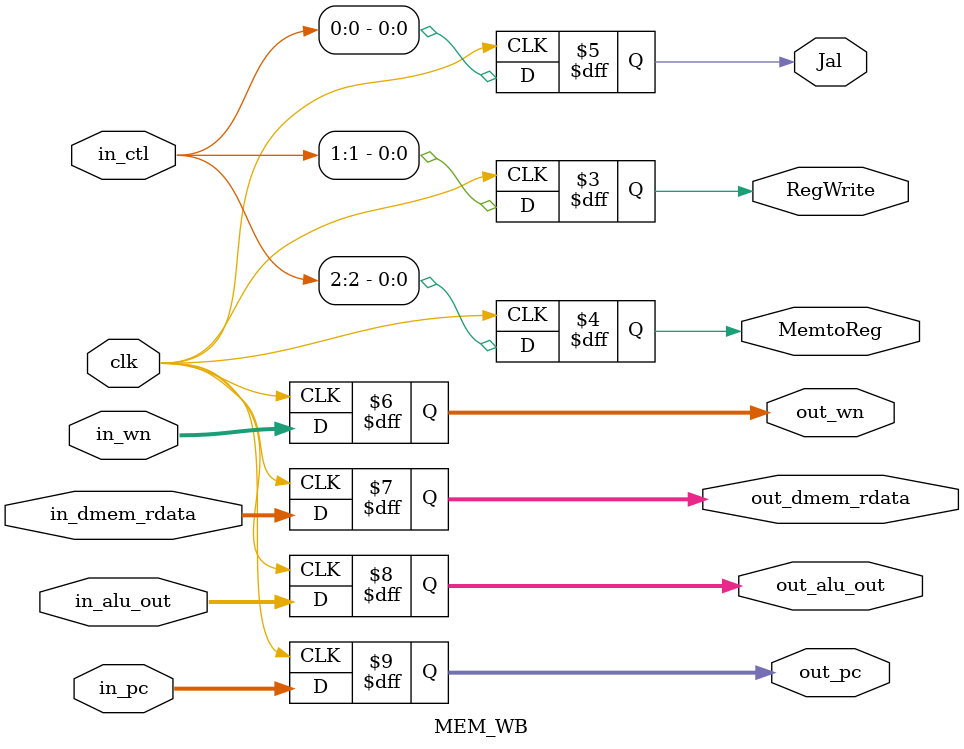
<source format=v>
				  
module MEM_WB( clk, in_ctl, RegWrite, MemtoReg, Jal, in_dmem_rdata, in_alu_out, in_wn, in_pc, out_dmem_rdata, out_alu_out, out_wn, out_pc );
	input clk ;
	input [2:0] in_ctl ;
	input [4:0] in_wn ;
	input [31:0] in_dmem_rdata, in_alu_out, in_pc ;
	
	output RegWrite, MemtoReg, Jal;
	output [4:0] out_wn ;
	output [31:0] out_dmem_rdata , out_alu_out, out_pc ;

	
	reg RegWrite, MemtoReg, Jal;
	reg [4:0] out_wn ;
	reg [31:0] out_dmem_rdata , out_alu_out, out_pc ;
	
	initial begin
		MemtoReg = 1'b0 ;
		RegWrite = 1'b0 ;
		Jal = 1'b0 ;
		out_wn = 5'b0 ;
		out_dmem_rdata = 32'b0 ;
		out_alu_out = 32'b0 ;
		out_pc = 32'b0 ;
	end
	
	always @( posedge clk ) begin
		MemtoReg = in_ctl[2] ;
		RegWrite = in_ctl[1] ;
		Jal = in_ctl[0] ;
		out_wn = in_wn ;
		out_dmem_rdata = in_dmem_rdata ;
		out_alu_out = in_alu_out ;
		out_pc = in_pc ;
	end
	
endmodule
</source>
